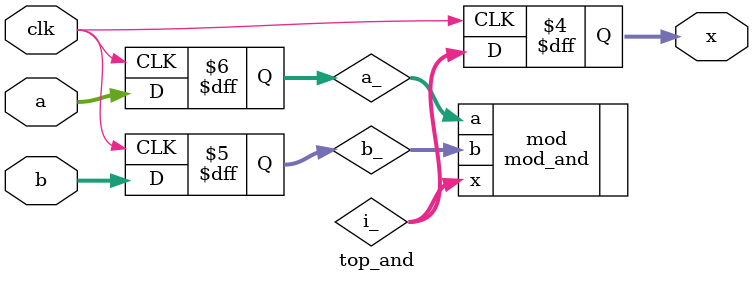
<source format=sv>

module top_and (
  input wire clk,
  input wire [7:0] a,
  input wire [7:0] b,
  output reg [7:0] x
);

  reg [7:0] a_;
  reg [7:0] b_;
  wire [7:0] i_;

  always_ff @ (posedge clk)
    a_ <= a;

  always_ff @ (posedge clk)
    b_ <= b;

  always_ff @ (posedge clk)
    x <= i_;

  mod_and mod (.a(a_), .b(b_), .x(i_));

endmodule

</source>
